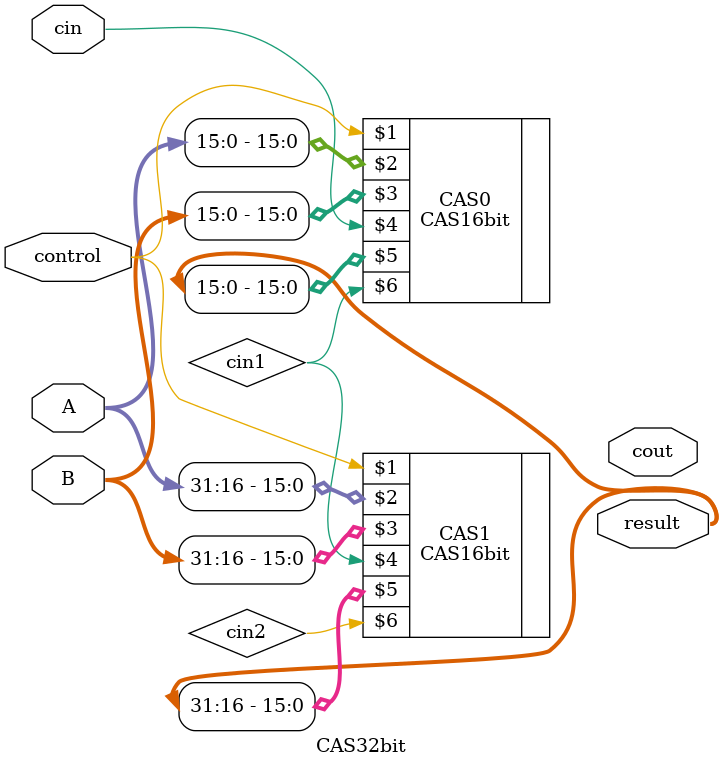
<source format=v>
module CAS32bit(control, A, B , cin, result, cout);
    input [31:0] A, B;
    input control, cin;
    output [31:0] result;
    output cout;
    wire cin1, cin2;

    CAS16bit CAS0 (control, A[15:0], B[15:0], cin, result[15:0], cin1);
    CAS16bit CAS1 (control, A[31:16], B[31:16], cin1, result[31:16], cin2);
endmodule
</source>
